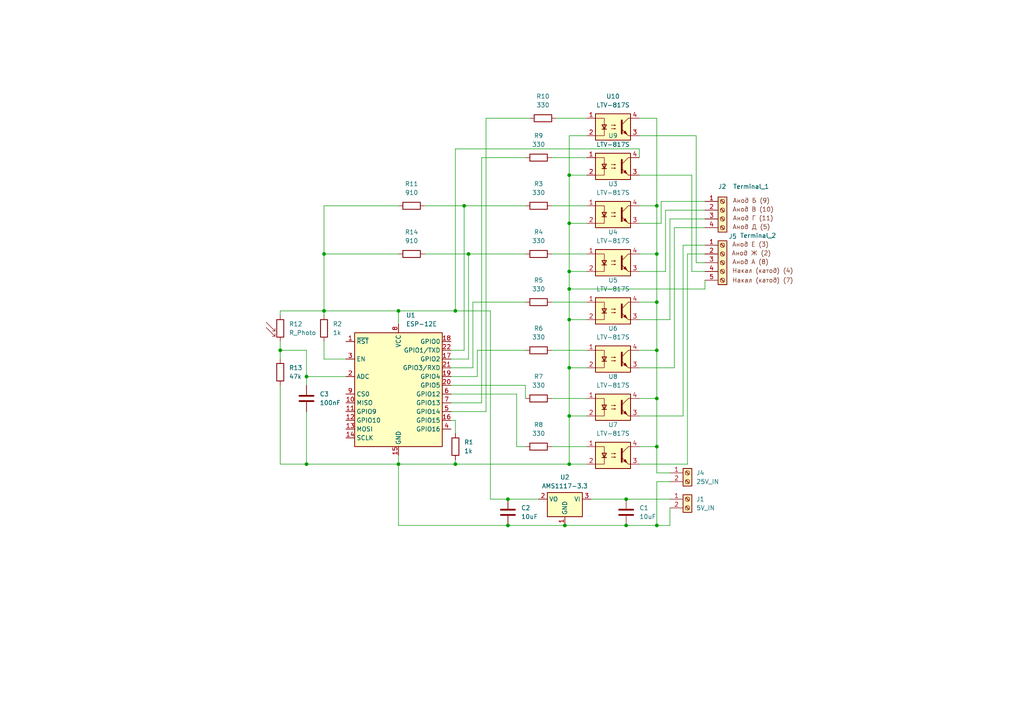
<source format=kicad_sch>
(kicad_sch (version 20231120) (generator "eeschema") (generator_version "8.0")
  (paper "A4")
  (lib_symbols
    (symbol "Connector:Screw_Terminal_01x02" (pin_names (offset 1.016) hide)
      (property "Reference" "J" (at 0 2.54 0))
      (property "Value" "Screw_Terminal_01x02" (at 0 -5.08 0))
      (symbol "Screw_Terminal_01x02_1_1"
        (rectangle (start -1.27 1.27) (end 1.27 -3.81) (stroke (width 0.254)) (fill (type background)))
        (circle (center 0 -2.54) (radius 0.635) (stroke (width 0.1524)))
        (polyline (pts (xy -0.5334 -2.2098) (xy 0.3302 -3.048)) (stroke (width 0.1524)))
        (polyline (pts (xy -0.5334 0.3302) (xy 0.3302 -0.508)) (stroke (width 0.1524)))
        (polyline (pts (xy -0.3556 -2.032) (xy 0.508 -2.8702)) (stroke (width 0.1524)))
        (polyline (pts (xy -0.3556 0.508) (xy 0.508 -0.3302)) (stroke (width 0.1524)))
        (circle (center 0 0) (radius 0.635) (stroke (width 0.1524)))
        (pin passive line (at -5.08 0 0) (length 3.81) (name "Pin_1") (number "1"))
        (pin passive line (at -5.08 -2.54 0) (length 3.81) (name "Pin_2") (number "2"))
      )
    )
    (symbol "Connector:Screw_Terminal_01x04" (pin_names (offset 1.016) hide)
      (property "Reference" "J" (at 0 5.08 0))
      (property "Value" "Screw_Terminal_01x04" (at 0 -7.62 0))
      (symbol "Screw_Terminal_01x04_1_1"
        (rectangle (start -1.27 3.81) (end 1.27 -6.35) (stroke (width 0.254)) (fill (type background)))
        (circle (center 0 -5.08) (radius 0.635) (stroke (width 0.1524)))
        (circle (center 0 -2.54) (radius 0.635) (stroke (width 0.1524)))
        (polyline (pts (xy -0.5334 -4.7498) (xy 0.3302 -5.588)) (stroke (width 0.1524)))
        (polyline (pts (xy -0.5334 -2.2098) (xy 0.3302 -3.048)) (stroke (width 0.1524)))
        (polyline (pts (xy -0.5334 0.3302) (xy 0.3302 -0.508)) (stroke (width 0.1524)))
        (polyline (pts (xy -0.5334 2.8702) (xy 0.3302 2.032)) (stroke (width 0.1524)))
        (polyline (pts (xy -0.3556 -4.572) (xy 0.508 -5.4102)) (stroke (width 0.1524)))
        (polyline (pts (xy -0.3556 -2.032) (xy 0.508 -2.8702)) (stroke (width 0.1524)))
        (polyline (pts (xy -0.3556 0.508) (xy 0.508 -0.3302)) (stroke (width 0.1524)))
        (polyline (pts (xy -0.3556 3.048) (xy 0.508 2.2098)) (stroke (width 0.1524)))
        (circle (center 0 0) (radius 0.635) (stroke (width 0.1524)))
        (circle (center 0 2.54) (radius 0.635) (stroke (width 0.1524)))
        (pin passive line (at -5.08 2.54 0) (length 3.81) (name "Pin_1") (number "1"))
        (pin passive line (at -5.08 0 0) (length 3.81) (name "Pin_2") (number "2"))
        (pin passive line (at -5.08 -2.54 0) (length 3.81) (name "Pin_3") (number "3"))
        (pin passive line (at -5.08 -5.08 0) (length 3.81) (name "Pin_4") (number "4"))
      )
    )
    (symbol "Connector:Screw_Terminal_01x05" (pin_names (offset 1.016) hide)
      (property "Reference" "J" (at 0 7.62 0))
      (property "Value" "Screw_Terminal_01x05" (at 0 -7.62 0))
      (symbol "Screw_Terminal_01x05_1_1"
        (rectangle (start -1.27 6.35) (end 1.27 -6.35) (stroke (width 0.254)) (fill (type background)))
        (circle (center 0 -5.08) (radius 0.635) (stroke (width 0.1524)))
        (circle (center 0 -2.54) (radius 0.635) (stroke (width 0.1524)))
        (polyline (pts (xy -0.5334 -4.7498) (xy 0.3302 -5.588)) (stroke (width 0.1524)))
        (polyline (pts (xy -0.5334 -2.2098) (xy 0.3302 -3.048)) (stroke (width 0.1524)))
        (polyline (pts (xy -0.5334 0.3302) (xy 0.3302 -0.508)) (stroke (width 0.1524)))
        (polyline (pts (xy -0.5334 2.8702) (xy 0.3302 2.032)) (stroke (width 0.1524)))
        (polyline (pts (xy -0.5334 5.4102) (xy 0.3302 4.572)) (stroke (width 0.1524)))
        (polyline (pts (xy -0.3556 -4.572) (xy 0.508 -5.4102)) (stroke (width 0.1524)))
        (polyline (pts (xy -0.3556 -2.032) (xy 0.508 -2.8702)) (stroke (width 0.1524)))
        (polyline (pts (xy -0.3556 0.508) (xy 0.508 -0.3302)) (stroke (width 0.1524)))
        (polyline (pts (xy -0.3556 3.048) (xy 0.508 2.2098)) (stroke (width 0.1524)))
        (polyline (pts (xy -0.3556 5.588) (xy 0.508 4.7498)) (stroke (width 0.1524)))
        (circle (center 0 0) (radius 0.635) (stroke (width 0.1524)))
        (circle (center 0 2.54) (radius 0.635) (stroke (width 0.1524)))
        (circle (center 0 5.08) (radius 0.635) (stroke (width 0.1524)))
        (pin passive line (at -5.08 5.08 0) (length 3.81) (name "Pin_1") (number "1"))
        (pin passive line (at -5.08 2.54 0) (length 3.81) (name "Pin_2") (number "2"))
        (pin passive line (at -5.08 0 0) (length 3.81) (name "Pin_3") (number "3"))
        (pin passive line (at -5.08 -2.54 0) (length 3.81) (name "Pin_4") (number "4"))
        (pin passive line (at -5.08 -5.08 0) (length 3.81) (name "Pin_5") (number "5"))
      )
    )
    (symbol "Device:C" (pin_numbers hide) (pin_names (offset 0.254))
      (property "Reference" "C" (at 0.635 2.54 0))
      (property "Value" "C" (at 0.635 -2.54 0))
      (symbol "C_0_1"
        (polyline (pts (xy -2.032 -0.762) (xy 2.032 -0.762)) (stroke (width 0.508)))
        (polyline (pts (xy -2.032 0.762) (xy 2.032 0.762)) (stroke (width 0.508)))
      )
      (symbol "C_1_1"
        (pin passive line (at 0 3.81 270) (length 2.794) (name "~") (number "1"))
        (pin passive line (at 0 -3.81 90) (length 2.794) (name "~") (number "2"))
      )
    )
    (symbol "Device:R" (pin_numbers hide) (pin_names (offset 0))
      (property "Reference" "R" (at 2.032 0 90))
      (property "Value" "R" (at 0 0 90))
      (symbol "R_0_1"
        (rectangle (start -1.016 -2.54) (end 1.016 2.54) (stroke (width 0.254)))
      )
      (symbol "R_1_1"
        (pin passive line (at 0 3.81 270) (length 1.27) (name "~") (number "1"))
        (pin passive line (at 0 -3.81 90) (length 1.27) (name "~") (number "2"))
      )
    )
    (symbol "Device:R_Photo" (pin_numbers hide) (pin_names (offset 0))
      (property "Reference" "R" (at 1.27 1.27 0))
      (property "Value" "R_Photo" (at 1.27 0 0))
      (symbol "R_Photo_0_1"
        (rectangle (start -1.016 2.54) (end 1.016 -2.54) (stroke (width 0.254)))
        (polyline (pts (xy -1.524 -2.286) (xy -4.064 0.254)))
        (polyline (pts (xy -1.524 -2.286) (xy -2.286 -2.286)))
        (polyline (pts (xy -1.524 -2.286) (xy -1.524 -1.524)))
        (polyline (pts (xy -1.524 -0.762) (xy -4.064 1.778)))
        (polyline (pts (xy -1.524 -0.762) (xy -2.286 -0.762)))
        (polyline (pts (xy -1.524 -0.762) (xy -1.524 0)))
      )
      (symbol "R_Photo_1_1"
        (pin passive line (at 0 3.81 270) (length 1.27) (name "~") (number "1"))
        (pin passive line (at 0 -3.81 90) (length 1.27) (name "~") (number "2"))
      )
    )
    (symbol "Isolator:LTV-817S" (pin_names (offset 1.016))
      (property "Reference" "U" (at -3.81 5.08 0))
      (property "Value" "LTV-817S" (at 0 -5.08 0))
      (symbol "LTV-817S_1_1"
        (rectangle (start -5.08 3.81) (end 5.08 -3.81) (stroke (width 0.254)) (fill (type background)))
        (polyline (pts (xy -3.175 -0.635) (xy -1.905 -0.635)) (stroke (width 0.254)))
        (polyline (pts (xy 2.54 0.635) (xy 4.445 2.54)))
        (polyline (pts (xy 4.445 -2.54) (xy 2.54 -0.635)) (fill (type outline)))
        (polyline (pts (xy 4.445 -2.54) (xy 5.08 -2.54)))
        (polyline (pts (xy 4.445 2.54) (xy 5.08 2.54)))
        (polyline (pts (xy -5.08 2.54) (xy -2.54 2.54) (xy -2.54 -0.762)))
        (polyline (pts (xy -2.54 -0.635) (xy -2.54 -2.54) (xy -5.08 -2.54)))
        (polyline (pts (xy 2.54 1.905) (xy 2.54 -1.905) (xy 2.54 -1.905)) (stroke (width 0.508)))
        (polyline (pts (xy -2.54 -0.635) (xy -3.175 0.635) (xy -1.905 0.635) (xy -2.54 -0.635)) (stroke (width 0.254)))
        (polyline (pts (xy -0.508 -0.508) (xy 0.762 -0.508) (xy 0.381 -0.635) (xy 0.381 -0.381) (xy 0.762 -0.508)))
        (polyline (pts (xy -0.508 0.508) (xy 0.762 0.508) (xy 0.381 0.381) (xy 0.381 0.635) (xy 0.762 0.508)))
        (polyline (pts (xy 3.048 -1.651) (xy 3.556 -1.143) (xy 4.064 -2.159) (xy 3.048 -1.651) (xy 3.048 -1.651)) (fill (type outline)))
        (pin passive line (at -7.62 2.54 0) (length 2.54) (name "~") (number "1"))
        (pin passive line (at -7.62 -2.54 0) (length 2.54) (name "~") (number "2"))
        (pin passive line (at 7.62 -2.54 180) (length 2.54) (name "~") (number "3"))
        (pin passive line (at 7.62 2.54 180) (length 2.54) (name "~") (number "4"))
      )
    )
    (symbol "RF_Module:ESP-12E"
      (property "Reference" "U" (at -12.7 19.05 0))
      (property "Value" "ESP-12E" (at 12.7 19.05 0))
      (symbol "ESP-12E_0_1"
        (rectangle (start -12.7 17.78) (end 12.7 -15.24) (stroke (width 0.254)) (fill (type background)))
      )
      (symbol "ESP-12E_1_1"
        (pin input line (at -15.24 15.24 0) (length 2.54) (name "~{RST}") (number "1"))
        (pin bidirectional line (at -15.24 -2.54 0) (length 2.54) (name "MISO") (number "10"))
        (pin bidirectional line (at -15.24 -5.08 0) (length 2.54) (name "GPIO9") (number "11"))
        (pin bidirectional line (at -15.24 -7.62 0) (length 2.54) (name "GPIO10") (number "12"))
        (pin bidirectional line (at -15.24 -10.16 0) (length 2.54) (name "MOSI") (number "13"))
        (pin bidirectional line (at -15.24 -12.7 0) (length 2.54) (name "SCLK") (number "14"))
        (pin power_in line (at 0 -17.78 90) (length 2.54) (name "GND") (number "15"))
        (pin bidirectional line (at 15.24 -7.62 180) (length 2.54) (name "GPIO15") (number "16"))
        (pin bidirectional line (at 15.24 10.16 180) (length 2.54) (name "GPIO2") (number "17"))
        (pin bidirectional line (at 15.24 15.24 180) (length 2.54) (name "GPIO0") (number "18"))
        (pin bidirectional line (at 15.24 5.08 180) (length 2.54) (name "GPIO4") (number "19"))
        (pin input line (at -15.24 5.08 0) (length 2.54) (name "ADC") (number "2"))
        (pin bidirectional line (at 15.24 2.54 180) (length 2.54) (name "GPIO5") (number "20"))
        (pin bidirectional line (at 15.24 7.62 180) (length 2.54) (name "GPIO3/RXD") (number "21"))
        (pin bidirectional line (at 15.24 12.7 180) (length 2.54) (name "GPIO1/TXD") (number "22"))
        (pin input line (at -15.24 10.16 0) (length 2.54) (name "EN") (number "3"))
        (pin bidirectional line (at 15.24 -10.16 180) (length 2.54) (name "GPIO16") (number "4"))
        (pin bidirectional line (at 15.24 -5.08 180) (length 2.54) (name "GPIO14") (number "5"))
        (pin bidirectional line (at 15.24 0 180) (length 2.54) (name "GPIO12") (number "6"))
        (pin bidirectional line (at 15.24 -2.54 180) (length 2.54) (name "GPIO13") (number "7"))
        (pin power_in line (at 0 20.32 270) (length 2.54) (name "VCC") (number "8"))
        (pin input line (at -15.24 0 0) (length 2.54) (name "CS0") (number "9"))
      )
    )
    (symbol "Regulator_Linear:AMS1117-3.3"
      (property "Reference" "U" (at -3.81 3.175 0))
      (property "Value" "AMS1117-3.3" (at 0 3.175 0))
      (symbol "AMS1117-3.3_0_1"
        (rectangle (start -5.08 -5.08) (end 5.08 1.905) (stroke (width 0.254)) (fill (type background)))
      )
      (symbol "AMS1117-3.3_1_1"
        (pin power_in line (at 0 -7.62 90) (length 2.54) (name "GND") (number "1"))
        (pin power_out line (at 7.62 0 180) (length 2.54) (name "VO") (number "2"))
        (pin power_in line (at -7.62 0 0) (length 2.54) (name "VI") (number "3"))
      )
    )
  )
  (junction (at 165.1 92.71))
  (junction (at 165.1 50.8))
  (junction (at 165.1 83.82))
  (junction (at 181.61 152.4))
  (junction (at 147.32 144.78))
  (junction (at 165.1 78.74))
  (junction (at 93.98 90.17))
  (junction (at 190.5 87.63))
  (junction (at 165.1 134.62))
  (junction (at 132.08 90.17))
  (junction (at 190.5 101.6))
  (junction (at 134.62 59.69))
  (junction (at 181.61 144.78))
  (junction (at 190.5 152.4))
  (junction (at 163.83 152.4))
  (junction (at 165.1 64.77))
  (junction (at 190.5 129.54))
  (junction (at 115.57 90.17))
  (junction (at 115.57 134.62))
  (junction (at 132.08 134.62))
  (junction (at 93.98 73.66))
  (junction (at 88.9 134.62))
  (junction (at 135.89 73.66))
  (junction (at 165.1 120.65))
  (junction (at 190.5 59.69))
  (junction (at 190.5 115.57))
  (junction (at 81.28 101.6))
  (junction (at 165.1 106.68))
  (junction (at 147.32 152.4))
  (junction (at 190.5 73.66))
  (junction (at 88.9 109.22))
  (wire (pts (xy 190.5 34.29) (xy 185.42 34.29)))
  (wire (pts (xy 170.18 92.71) (xy 165.1 92.71)))
  (wire (pts (xy 185.42 115.57) (xy 190.5 115.57)))
  (wire (pts (xy 149.86 129.54) (xy 152.4 129.54)))
  (wire (pts (xy 190.5 137.16) (xy 190.5 129.54)))
  (wire (pts (xy 185.42 120.65) (xy 198.12 120.65)))
  (wire (pts (xy 130.81 116.84) (xy 139.7 116.84)))
  (wire (pts (xy 88.9 134.62) (xy 81.28 134.62)))
  (wire (pts (xy 160.02 73.66) (xy 170.18 73.66)))
  (wire (pts (xy 190.5 59.69) (xy 190.5 34.29)))
  (wire (pts (xy 130.81 106.68) (xy 137.16 106.68)))
  (wire (pts (xy 142.24 144.78) (xy 147.32 144.78)))
  (wire (pts (xy 199.39 73.66) (xy 204.47 73.66)))
  (wire (pts (xy 147.32 152.4) (xy 115.57 152.4)))
  (wire (pts (xy 134.62 101.6) (xy 134.62 59.69)))
  (wire (pts (xy 200.66 50.8) (xy 200.66 78.74)))
  (wire (pts (xy 165.1 134.62) (xy 170.18 134.62)))
  (wire (pts (xy 132.08 134.62) (xy 115.57 134.62)))
  (wire (pts (xy 165.1 83.82) (xy 204.47 83.82)))
  (wire (pts (xy 93.98 104.14) (xy 93.98 99.06)))
  (wire (pts (xy 160.02 87.63) (xy 170.18 87.63)))
  (wire (pts (xy 190.5 152.4) (xy 194.31 152.4)))
  (wire (pts (xy 81.28 90.17) (xy 93.98 90.17)))
  (wire (pts (xy 171.45 144.78) (xy 181.61 144.78)))
  (wire (pts (xy 130.81 104.14) (xy 135.89 104.14)))
  (wire (pts (xy 137.16 87.63) (xy 152.4 87.63)))
  (wire (pts (xy 191.77 64.77) (xy 191.77 58.42)))
  (wire (pts (xy 160.02 101.6) (xy 170.18 101.6)))
  (wire (pts (xy 160.02 59.69) (xy 170.18 59.69)))
  (wire (pts (xy 81.28 91.44) (xy 81.28 90.17)))
  (wire (pts (xy 147.32 144.78) (xy 156.21 144.78)))
  (wire (pts (xy 163.83 152.4) (xy 147.32 152.4)))
  (wire (pts (xy 190.5 129.54) (xy 185.42 129.54)))
  (wire (pts (xy 139.7 45.72) (xy 152.4 45.72)))
  (wire (pts (xy 137.16 106.68) (xy 137.16 87.63)))
  (wire (pts (xy 140.97 34.29) (xy 140.97 119.38)))
  (wire (pts (xy 185.42 106.68) (xy 195.58 106.68)))
  (wire (pts (xy 201.93 39.37) (xy 201.93 76.2)))
  (wire (pts (xy 181.61 152.4) (xy 190.5 152.4)))
  (wire (pts (xy 130.81 121.92) (xy 132.08 121.92)))
  (wire (pts (xy 130.81 101.6) (xy 134.62 101.6)))
  (wire (pts (xy 149.86 114.3) (xy 149.86 129.54)))
  (wire (pts (xy 199.39 134.62) (xy 199.39 73.66)))
  (wire (pts (xy 185.42 39.37) (xy 201.93 39.37)))
  (wire (pts (xy 88.9 119.38) (xy 88.9 134.62)))
  (wire (pts (xy 165.1 39.37) (xy 165.1 50.8)))
  (wire (pts (xy 152.4 111.76) (xy 152.4 115.57)))
  (wire (pts (xy 153.67 34.29) (xy 140.97 34.29)))
  (wire (pts (xy 88.9 101.6) (xy 81.28 101.6)))
  (wire (pts (xy 185.42 134.62) (xy 199.39 134.62)))
  (wire (pts (xy 132.08 121.92) (xy 132.08 125.73)))
  (wire (pts (xy 185.42 50.8) (xy 200.66 50.8)))
  (wire (pts (xy 93.98 73.66) (xy 93.98 90.17)))
  (wire (pts (xy 115.57 134.62) (xy 115.57 152.4)))
  (wire (pts (xy 88.9 109.22) (xy 88.9 111.76)))
  (wire (pts (xy 193.04 78.74) (xy 193.04 60.96)))
  (wire (pts (xy 132.08 90.17) (xy 132.08 43.18)))
  (wire (pts (xy 123.19 59.69) (xy 134.62 59.69)))
  (wire (pts (xy 190.5 139.7) (xy 190.5 152.4)))
  (wire (pts (xy 93.98 59.69) (xy 93.98 73.66)))
  (wire (pts (xy 165.1 50.8) (xy 170.18 50.8)))
  (wire (pts (xy 132.08 90.17) (xy 115.57 90.17)))
  (wire (pts (xy 123.19 73.66) (xy 135.89 73.66)))
  (wire (pts (xy 198.12 71.12) (xy 204.47 71.12)))
  (wire (pts (xy 134.62 59.69) (xy 152.4 59.69)))
  (wire (pts (xy 190.5 73.66) (xy 190.5 87.63)))
  (wire (pts (xy 195.58 66.04) (xy 204.47 66.04)))
  (wire (pts (xy 190.5 59.69) (xy 190.5 73.66)))
  (wire (pts (xy 194.31 63.5) (xy 204.47 63.5)))
  (wire (pts (xy 138.43 109.22) (xy 138.43 101.6)))
  (wire (pts (xy 170.18 39.37) (xy 165.1 39.37)))
  (wire (pts (xy 140.97 119.38) (xy 130.81 119.38)))
  (wire (pts (xy 142.24 90.17) (xy 132.08 90.17)))
  (wire (pts (xy 160.02 45.72) (xy 170.18 45.72)))
  (wire (pts (xy 185.42 73.66) (xy 190.5 73.66)))
  (wire (pts (xy 170.18 64.77) (xy 165.1 64.77)))
  (wire (pts (xy 190.5 87.63) (xy 190.5 101.6)))
  (wire (pts (xy 135.89 73.66) (xy 152.4 73.66)))
  (wire (pts (xy 130.81 111.76) (xy 152.4 111.76)))
  (wire (pts (xy 195.58 106.68) (xy 195.58 66.04)))
  (wire (pts (xy 165.1 106.68) (xy 165.1 120.65)))
  (wire (pts (xy 200.66 78.74) (xy 204.47 78.74)))
  (wire (pts (xy 81.28 134.62) (xy 81.28 111.76)))
  (wire (pts (xy 132.08 133.35) (xy 132.08 134.62)))
  (wire (pts (xy 170.18 106.68) (xy 165.1 106.68)))
  (wire (pts (xy 204.47 83.82) (xy 204.47 81.28)))
  (wire (pts (xy 93.98 90.17) (xy 115.57 90.17)))
  (wire (pts (xy 115.57 90.17) (xy 115.57 93.98)))
  (wire (pts (xy 88.9 109.22) (xy 88.9 101.6)))
  (wire (pts (xy 165.1 120.65) (xy 165.1 134.62)))
  (wire (pts (xy 193.04 60.96) (xy 204.47 60.96)))
  (wire (pts (xy 190.5 101.6) (xy 190.5 115.57)))
  (wire (pts (xy 194.31 137.16) (xy 190.5 137.16)))
  (wire (pts (xy 130.81 114.3) (xy 149.86 114.3)))
  (wire (pts (xy 132.08 134.62) (xy 165.1 134.62)))
  (wire (pts (xy 185.42 64.77) (xy 191.77 64.77)))
  (wire (pts (xy 185.42 101.6) (xy 190.5 101.6)))
  (wire (pts (xy 165.1 83.82) (xy 165.1 92.71)))
  (wire (pts (xy 163.83 152.4) (xy 181.61 152.4)))
  (wire (pts (xy 160.02 115.57) (xy 170.18 115.57)))
  (wire (pts (xy 100.33 109.22) (xy 88.9 109.22)))
  (wire (pts (xy 160.02 129.54) (xy 170.18 129.54)))
  (wire (pts (xy 93.98 73.66) (xy 115.57 73.66)))
  (wire (pts (xy 185.42 87.63) (xy 190.5 87.63)))
  (wire (pts (xy 165.1 64.77) (xy 165.1 50.8)))
  (wire (pts (xy 132.08 43.18) (xy 185.42 43.18)))
  (wire (pts (xy 191.77 58.42) (xy 204.47 58.42)))
  (wire (pts (xy 165.1 78.74) (xy 165.1 83.82)))
  (wire (pts (xy 81.28 101.6) (xy 81.28 104.14)))
  (wire (pts (xy 201.93 76.2) (xy 204.47 76.2)))
  (wire (pts (xy 190.5 115.57) (xy 190.5 129.54)))
  (wire (pts (xy 170.18 120.65) (xy 165.1 120.65)))
  (wire (pts (xy 181.61 144.78) (xy 194.31 144.78)))
  (wire (pts (xy 81.28 99.06) (xy 81.28 101.6)))
  (wire (pts (xy 161.29 34.29) (xy 170.18 34.29)))
  (wire (pts (xy 115.57 134.62) (xy 88.9 134.62)))
  (wire (pts (xy 194.31 139.7) (xy 190.5 139.7)))
  (wire (pts (xy 194.31 152.4) (xy 194.31 147.32)))
  (wire (pts (xy 198.12 120.65) (xy 198.12 71.12)))
  (wire (pts (xy 130.81 109.22) (xy 138.43 109.22)))
  (wire (pts (xy 100.33 104.14) (xy 93.98 104.14)))
  (wire (pts (xy 138.43 101.6) (xy 152.4 101.6)))
  (wire (pts (xy 135.89 104.14) (xy 135.89 73.66)))
  (wire (pts (xy 185.42 78.74) (xy 193.04 78.74)))
  (wire (pts (xy 165.1 64.77) (xy 165.1 78.74)))
  (wire (pts (xy 170.18 78.74) (xy 165.1 78.74)))
  (wire (pts (xy 139.7 116.84) (xy 139.7 45.72)))
  (wire (pts (xy 115.57 59.69) (xy 93.98 59.69)))
  (wire (pts (xy 185.42 92.71) (xy 194.31 92.71)))
  (wire (pts (xy 185.42 59.69) (xy 190.5 59.69)))
  (wire (pts (xy 185.42 43.18) (xy 185.42 45.72)))
  (wire (pts (xy 194.31 92.71) (xy 194.31 63.5)))
  (wire (pts (xy 93.98 91.44) (xy 93.98 90.17)))
  (wire (pts (xy 165.1 92.71) (xy 165.1 106.68)))
  (wire (pts (xy 142.24 144.78) (xy 142.24 90.17)))
  (wire (pts (xy 115.57 134.62) (xy 115.57 132.08)))
  (text "Анод А (8)" (at 217.678 76.2 0) (effects (font (size 1.27 1.27))))
  (text "Анод Г (11)" (at 218.44 63.5 0) (effects (font (size 1.27 1.27))))
  (text "Анод Б (9)" (at 217.932 58.42 0) (effects (font (size 1.27 1.27))))
  (text "Анод В (10)" (at 218.44 60.96 0) (effects (font (size 1.27 1.27))))
  (text "Анод Д (5)" (at 217.932 66.04 0) (effects (font (size 1.27 1.27))))
  (text "Накал (катод) (7)" (at 221.234 81.534 0) (effects (font (size 1.27 1.27))))
  (text "Анод Ж (2)" (at 217.932 73.66 0) (effects (font (size 1.27 1.27))))
  (text "Накал (катод) (4)" (at 221.234 78.74 0) (effects (font (size 1.27 1.27))))
  (text "Анод Е (3)" (at 217.678 71.12 0) (effects (font (size 1.27 1.27))))
  (symbol (lib_id "RF_Module:ESP-12E") (at 115.57 114.3 0) (unit 1)
    (property "Reference" "U1" (at 117.7641 91.44 0) (effects (justify left)))
    (property "Value" "ESP-12E" (at 117.7641 93.98 0) (effects (justify left)))
    (property "Footprint" "RF_Module:ESP-12E" (effects (hide yes)))
    (property "Datasheet" "http://wiki.ai-thinker.com/_media/esp8266/esp8266_series_modules_user_manual_v1.1.pdf" (effects (hide yes)))
    (property "Description" "802.11 b/g/n Wi-Fi Module" (effects (hide yes)))
  )
  (symbol (lib_id "Device:R_Photo") (at 81.28 95.25 0) (unit 1)
    (property "Reference" "R12" (at 83.82 93.9799 0) (effects (justify left)))
    (property "Value" "R_Photo" (at 83.82 96.5199 0) (effects (justify left)))
    (property "Footprint" "OptoDevice:R_LDR_5.1x4.3mm_P3.4mm_Vertical" (effects (hide yes)))
    (property "Description" "Photoresistor" (effects (hide yes)))
  )
  (symbol (lib_id "Device:R") (at 156.21 87.63 270) (unit 1)
    (property "Reference" "R5" (at 156.21 81.28 90))
    (property "Value" "330" (at 156.21 83.82 90))
    (property "Footprint" "Resistor_SMD:R_0805_2012Metric" (effects (hide yes)))
    (property "Description" "Resistor" (effects (hide yes)))
  )
  (symbol (lib_id "Isolator:LTV-817S") (at 177.8 90.17 0) (unit 1)
    (property "Reference" "U5" (at 177.8 81.28 0))
    (property "Value" "LTV-817S" (at 177.8 83.82 0))
    (property "Footprint" "Package_DIP:SMDIP-4_W9.53mm" (effects (hide yes)))
    (property "Datasheet" "http://www.us.liteon.com/downloads/LTV-817-827-847.PDF" (effects (hide yes)))
    (property "Description" "DC Optocoupler, Vce 35V, CTR 50%, SMDIP-4" (effects (hide yes)))
  )
  (symbol (lib_id "Device:R") (at 132.08 129.54 0) (unit 1)
    (property "Reference" "R1" (at 134.62 128.2699 0) (effects (justify left)))
    (property "Value" "1k" (at 134.62 130.8099 0) (effects (justify left)))
    (property "Footprint" "Resistor_SMD:R_0805_2012Metric" (effects (hide yes)))
    (property "Description" "Resistor" (effects (hide yes)))
  )
  (symbol (lib_id "Isolator:LTV-817S") (at 177.8 132.08 0) (unit 1)
    (property "Reference" "U7" (at 177.8 123.19 0))
    (property "Value" "LTV-817S" (at 177.8 125.73 0))
    (property "Footprint" "Package_DIP:SMDIP-4_W9.53mm" (effects (hide yes)))
    (property "Datasheet" "http://www.us.liteon.com/downloads/LTV-817-827-847.PDF" (effects (hide yes)))
    (property "Description" "DC Optocoupler, Vce 35V, CTR 50%, SMDIP-4" (effects (hide yes)))
  )
  (symbol (lib_id "Device:R") (at 81.28 107.95 0) (unit 1)
    (property "Reference" "R13" (at 83.82 106.6799 0) (effects (justify left)))
    (property "Value" "47k" (at 83.82 109.2199 0) (effects (justify left)))
    (property "Footprint" "Resistor_SMD:R_0805_2012Metric" (effects (hide yes)))
    (property "Description" "Resistor" (effects (hide yes)))
  )
  (symbol (lib_id "Isolator:LTV-817S") (at 177.8 104.14 0) (unit 1)
    (property "Reference" "U6" (at 177.8 95.25 0))
    (property "Value" "LTV-817S" (at 177.8 97.79 0))
    (property "Footprint" "Package_DIP:SMDIP-4_W9.53mm" (effects (hide yes)))
    (property "Datasheet" "http://www.us.liteon.com/downloads/LTV-817-827-847.PDF" (effects (hide yes)))
    (property "Description" "DC Optocoupler, Vce 35V, CTR 50%, SMDIP-4" (effects (hide yes)))
  )
  (symbol (lib_id "Device:C") (at 181.61 148.59 0) (unit 1)
    (property "Reference" "C1" (at 185.42 147.3199 0) (effects (justify left)))
    (property "Value" "10uF" (at 185.42 149.8599 0) (effects (justify left)))
    (property "Footprint" "Capacitor_SMD:C_0805_2012Metric" (effects (hide yes)))
    (property "Description" "Unpolarized capacitor" (effects (hide yes)))
  )
  (symbol (lib_id "Device:R") (at 156.21 73.66 270) (unit 1)
    (property "Reference" "R4" (at 156.21 67.31 90))
    (property "Value" "330" (at 156.21 69.85 90))
    (property "Footprint" "Resistor_SMD:R_0805_2012Metric" (effects (hide yes)))
    (property "Description" "Resistor" (effects (hide yes)))
  )
  (symbol (lib_id "Device:R") (at 93.98 95.25 0) (unit 1)
    (property "Reference" "R2" (at 96.52 93.9799 0) (effects (justify left)))
    (property "Value" "1k" (at 96.52 96.5199 0) (effects (justify left)))
    (property "Footprint" "Resistor_SMD:R_0805_2012Metric" (effects (hide yes)))
    (property "Description" "Resistor" (effects (hide yes)))
  )
  (symbol (lib_id "Connector:Screw_Terminal_01x05") (at 209.55 76.2 0) (unit 1)
    (property "Reference" "J5" (at 211.328 68.58 0) (effects (justify left)))
    (property "Value" "Terminal_2" (at 214.63 68.326 0) (effects (justify left)))
    (property "Footprint" "TerminalBlock:TerminalBlock_MaiXu_MX126-5.0-05P_1x05_P5.00mm" (effects (hide yes)))
    (property "Description" "Generic screw terminal, single row, 01x05, script generated (kicad-library-utils/schlib/autogen/connector/)" (effects (hide yes)))
  )
  (symbol (lib_id "Connector:Screw_Terminal_01x02") (at 199.39 137.16 0) (unit 1)
    (property "Reference" "J4" (at 201.93 137.1599 0) (effects (justify left)))
    (property "Value" "25V_IN" (at 201.93 139.6999 0) (effects (justify left)))
    (property "Footprint" "TerminalBlock:TerminalBlock_MaiXu_MX126-5.0-02P_1x02_P5.00mm" (effects (hide yes)))
    (property "Description" "Generic screw terminal, single row, 01x02, script generated (kicad-library-utils/schlib/autogen/connector/)" (effects (hide yes)))
  )
  (symbol (lib_id "Device:R") (at 156.21 101.6 270) (unit 1)
    (property "Reference" "R6" (at 156.21 95.25 90))
    (property "Value" "330" (at 156.21 97.79 90))
    (property "Footprint" "Resistor_SMD:R_0805_2012Metric" (effects (hide yes)))
    (property "Description" "Resistor" (effects (hide yes)))
  )
  (symbol (lib_id "Connector:Screw_Terminal_01x02") (at 199.39 144.78 0) (unit 1)
    (property "Reference" "J1" (at 201.93 144.7799 0) (effects (justify left)))
    (property "Value" "5V_IN" (at 201.93 147.3199 0) (effects (justify left)))
    (property "Footprint" "TerminalBlock:TerminalBlock_MaiXu_MX126-5.0-02P_1x02_P5.00mm" (effects (hide yes)))
    (property "Description" "Generic screw terminal, single row, 01x02, script generated (kicad-library-utils/schlib/autogen/connector/)" (effects (hide yes)))
  )
  (symbol (lib_id "Device:C") (at 88.9 115.57 0) (unit 1)
    (property "Reference" "C3" (at 92.71 114.2999 0) (effects (justify left)))
    (property "Value" "100nF" (at 92.71 116.8399 0) (effects (justify left)))
    (property "Footprint" "Capacitor_SMD:C_0805_2012Metric" (effects (hide yes)))
    (property "Description" "Unpolarized capacitor" (effects (hide yes)))
  )
  (symbol (lib_id "Isolator:LTV-817S") (at 177.8 48.26 0) (unit 1)
    (property "Reference" "U9" (at 177.8 39.37 0))
    (property "Value" "LTV-817S" (at 177.8 41.91 0))
    (property "Footprint" "Package_DIP:SMDIP-4_W9.53mm" (effects (hide yes)))
    (property "Datasheet" "http://www.us.liteon.com/downloads/LTV-817-827-847.PDF" (effects (hide yes)))
    (property "Description" "DC Optocoupler, Vce 35V, CTR 50%, SMDIP-4" (effects (hide yes)))
  )
  (symbol (lib_id "Connector:Screw_Terminal_01x04") (at 209.55 60.96 0) (unit 1)
    (property "Reference" "J2" (at 208.28 54.102 0) (effects (justify left)))
    (property "Value" "Terminal_1" (at 212.598 54.102 0) (effects (justify left)))
    (property "Footprint" "TerminalBlock:TerminalBlock_MaiXu_MX126-5.0-04P_1x04_P5.00mm" (effects (hide yes)))
    (property "Description" "Generic screw terminal, single row, 01x04, script generated (kicad-library-utils/schlib/autogen/connector/)" (effects (hide yes)))
  )
  (symbol (lib_id "Device:R") (at 156.21 45.72 270) (unit 1)
    (property "Reference" "R9" (at 156.21 39.37 90))
    (property "Value" "330" (at 156.21 41.91 90))
    (property "Footprint" "Resistor_SMD:R_0805_2012Metric" (effects (hide yes)))
    (property "Description" "Resistor" (effects (hide yes)))
  )
  (symbol (lib_id "Regulator_Linear:AMS1117-3.3") (at 163.83 144.78 0) (mirror y) (unit 1)
    (property "Reference" "U2" (at 163.83 138.43 0))
    (property "Value" "AMS1117-3.3" (at 163.83 140.97 0))
    (property "Footprint" "Package_TO_SOT_SMD:SOT-223-3_TabPin2" (effects (hide yes)))
    (property "Datasheet" "http://www.advanced-monolithic.com/pdf/ds1117.pdf" (effects (hide yes)))
    (property "Description" "1A Low Dropout regulator, positive, 3.3V fixed output, SOT-223" (effects (hide yes)))
  )
  (symbol (lib_id "Device:R") (at 156.21 115.57 270) (unit 1)
    (property "Reference" "R7" (at 156.21 109.22 90))
    (property "Value" "330" (at 156.21 111.76 90))
    (property "Footprint" "Resistor_SMD:R_0805_2012Metric" (effects (hide yes)))
    (property "Description" "Resistor" (effects (hide yes)))
  )
  (symbol (lib_id "Device:R") (at 157.48 34.29 270) (unit 1)
    (property "Reference" "R10" (at 157.48 27.94 90))
    (property "Value" "330" (at 157.48 30.48 90))
    (property "Footprint" "Resistor_SMD:R_0805_2012Metric" (effects (hide yes)))
    (property "Description" "Resistor" (effects (hide yes)))
  )
  (symbol (lib_id "Device:R") (at 119.38 73.66 270) (unit 1)
    (property "Reference" "R14" (at 119.38 67.31 90))
    (property "Value" "910" (at 119.38 69.85 90))
    (property "Footprint" "Resistor_SMD:R_0805_2012Metric" (effects (hide yes)))
    (property "Description" "Resistor" (effects (hide yes)))
  )
  (symbol (lib_id "Device:R") (at 156.21 129.54 270) (unit 1)
    (property "Reference" "R8" (at 156.21 123.19 90))
    (property "Value" "330" (at 156.21 125.73 90))
    (property "Footprint" "Resistor_SMD:R_0805_2012Metric" (effects (hide yes)))
    (property "Description" "Resistor" (effects (hide yes)))
  )
  (symbol (lib_id "Isolator:LTV-817S") (at 177.8 62.23 0) (unit 1)
    (property "Reference" "U3" (at 177.8 53.34 0))
    (property "Value" "LTV-817S" (at 177.8 55.88 0))
    (property "Footprint" "Package_DIP:SMDIP-4_W9.53mm" (effects (hide yes)))
    (property "Datasheet" "http://www.us.liteon.com/downloads/LTV-817-827-847.PDF" (effects (hide yes)))
    (property "Description" "DC Optocoupler, Vce 35V, CTR 50%, SMDIP-4" (effects (hide yes)))
  )
  (symbol (lib_id "Isolator:LTV-817S") (at 177.8 118.11 0) (unit 1)
    (property "Reference" "U8" (at 177.8 109.22 0))
    (property "Value" "LTV-817S" (at 177.8 111.76 0))
    (property "Footprint" "Package_DIP:SMDIP-4_W9.53mm" (effects (hide yes)))
    (property "Datasheet" "http://www.us.liteon.com/downloads/LTV-817-827-847.PDF" (effects (hide yes)))
    (property "Description" "DC Optocoupler, Vce 35V, CTR 50%, SMDIP-4" (effects (hide yes)))
  )
  (symbol (lib_id "Isolator:LTV-817S") (at 177.8 36.83 0) (unit 1)
    (property "Reference" "U10" (at 177.8 27.94 0))
    (property "Value" "LTV-817S" (at 177.8 30.48 0))
    (property "Footprint" "Package_DIP:SMDIP-4_W9.53mm" (effects (hide yes)))
    (property "Datasheet" "http://www.us.liteon.com/downloads/LTV-817-827-847.PDF" (effects (hide yes)))
    (property "Description" "DC Optocoupler, Vce 35V, CTR 50%, SMDIP-4" (effects (hide yes)))
  )
  (symbol (lib_id "Isolator:LTV-817S") (at 177.8 76.2 0) (unit 1)
    (property "Reference" "U4" (at 177.8 67.31 0))
    (property "Value" "LTV-817S" (at 177.8 69.85 0))
    (property "Footprint" "Package_DIP:SMDIP-4_W9.53mm" (effects (hide yes)))
    (property "Datasheet" "http://www.us.liteon.com/downloads/LTV-817-827-847.PDF" (effects (hide yes)))
    (property "Description" "DC Optocoupler, Vce 35V, CTR 50%, SMDIP-4" (effects (hide yes)))
  )
  (symbol (lib_id "Device:R") (at 156.21 59.69 270) (unit 1)
    (property "Reference" "R3" (at 156.21 53.34 90))
    (property "Value" "330" (at 156.21 55.88 90))
    (property "Footprint" "Resistor_SMD:R_0805_2012Metric" (effects (hide yes)))
    (property "Description" "Resistor" (effects (hide yes)))
  )
  (symbol (lib_id "Device:C") (at 147.32 148.59 0) (unit 1)
    (property "Reference" "C2" (at 151.13 147.3199 0) (effects (justify left)))
    (property "Value" "10uF" (at 151.13 149.8599 0) (effects (justify left)))
    (property "Footprint" "Capacitor_SMD:C_0805_2012Metric" (effects (hide yes)))
    (property "Description" "Unpolarized capacitor" (effects (hide yes)))
  )
  (symbol (lib_id "Device:R") (at 119.38 59.69 270) (unit 1)
    (property "Reference" "R11" (at 119.38 53.34 90))
    (property "Value" "910" (at 119.38 55.88 90))
    (property "Footprint" "Resistor_SMD:R_0805_2012Metric" (effects (hide yes)))
    (property "Description" "Resistor" (effects (hide yes)))
  )
)
</source>
